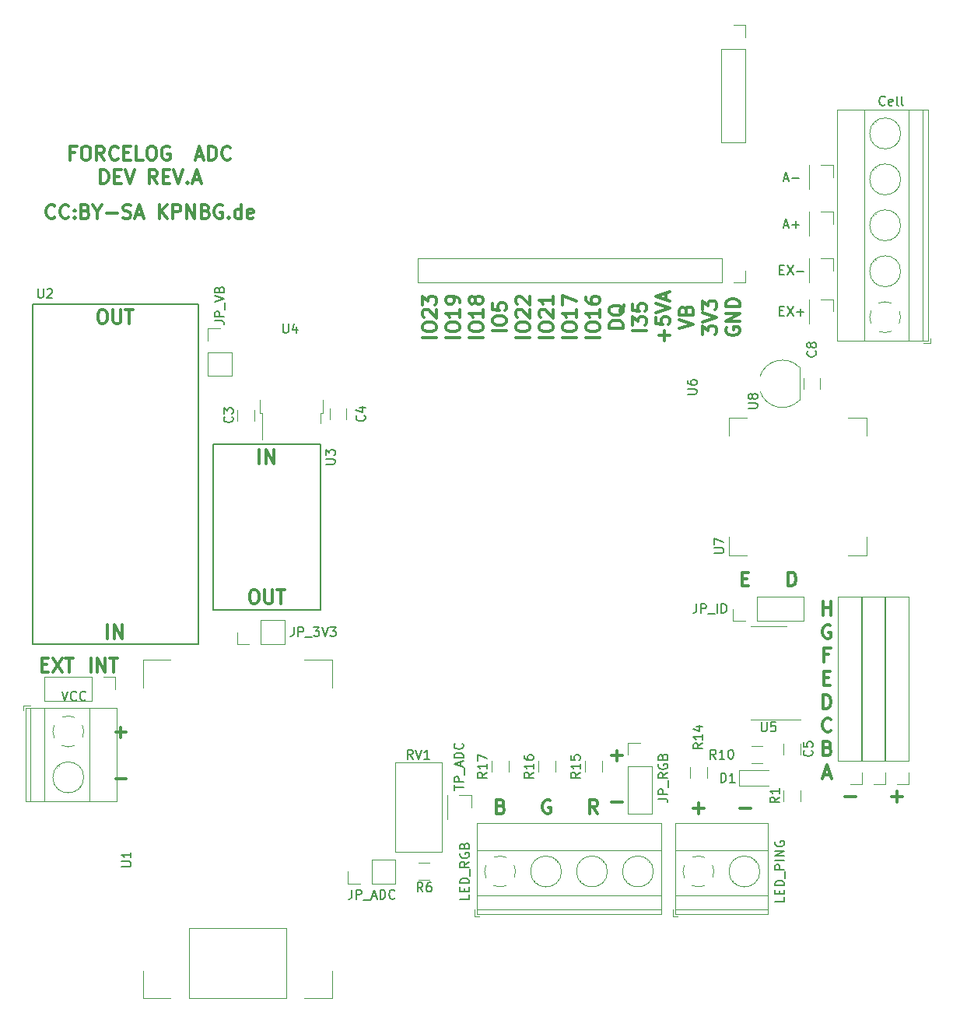
<source format=gbr>
G04 #@! TF.GenerationSoftware,KiCad,Pcbnew,5.1.5-52549c5~84~ubuntu18.04.1*
G04 #@! TF.CreationDate,2020-03-18T13:31:03+01:00*
G04 #@! TF.ProjectId,pcb_loadcell-dev,7063625f-6c6f-4616-9463-656c6c2d6465,rev?*
G04 #@! TF.SameCoordinates,Original*
G04 #@! TF.FileFunction,Legend,Top*
G04 #@! TF.FilePolarity,Positive*
%FSLAX46Y46*%
G04 Gerber Fmt 4.6, Leading zero omitted, Abs format (unit mm)*
G04 Created by KiCad (PCBNEW 5.1.5-52549c5~84~ubuntu18.04.1) date 2020-03-18 13:31:03*
%MOMM*%
%LPD*%
G04 APERTURE LIST*
%ADD10C,0.300000*%
%ADD11C,0.120000*%
%ADD12C,0.150000*%
G04 APERTURE END LIST*
D10*
X125337142Y-135933571D02*
X125337142Y-134433571D01*
X125694285Y-134433571D01*
X125908571Y-134505000D01*
X126051428Y-134647857D01*
X126122857Y-134790714D01*
X126194285Y-135076428D01*
X126194285Y-135290714D01*
X126122857Y-135576428D01*
X126051428Y-135719285D01*
X125908571Y-135862142D01*
X125694285Y-135933571D01*
X125337142Y-135933571D01*
X120328571Y-135147857D02*
X120828571Y-135147857D01*
X121042857Y-135933571D02*
X120328571Y-135933571D01*
X120328571Y-134433571D01*
X121042857Y-134433571D01*
X118630000Y-107822857D02*
X118558571Y-107965714D01*
X118558571Y-108180000D01*
X118630000Y-108394285D01*
X118772857Y-108537142D01*
X118915714Y-108608571D01*
X119201428Y-108680000D01*
X119415714Y-108680000D01*
X119701428Y-108608571D01*
X119844285Y-108537142D01*
X119987142Y-108394285D01*
X120058571Y-108180000D01*
X120058571Y-108037142D01*
X119987142Y-107822857D01*
X119915714Y-107751428D01*
X119415714Y-107751428D01*
X119415714Y-108037142D01*
X120058571Y-107108571D02*
X118558571Y-107108571D01*
X120058571Y-106251428D01*
X118558571Y-106251428D01*
X120058571Y-105537142D02*
X118558571Y-105537142D01*
X118558571Y-105180000D01*
X118630000Y-104965714D01*
X118772857Y-104822857D01*
X118915714Y-104751428D01*
X119201428Y-104680000D01*
X119415714Y-104680000D01*
X119701428Y-104751428D01*
X119844285Y-104822857D01*
X119987142Y-104965714D01*
X120058571Y-105180000D01*
X120058571Y-105537142D01*
X116018571Y-108537142D02*
X116018571Y-107608571D01*
X116590000Y-108108571D01*
X116590000Y-107894285D01*
X116661428Y-107751428D01*
X116732857Y-107680000D01*
X116875714Y-107608571D01*
X117232857Y-107608571D01*
X117375714Y-107680000D01*
X117447142Y-107751428D01*
X117518571Y-107894285D01*
X117518571Y-108322857D01*
X117447142Y-108465714D01*
X117375714Y-108537142D01*
X116018571Y-107180000D02*
X117518571Y-106680000D01*
X116018571Y-106180000D01*
X116018571Y-105822857D02*
X116018571Y-104894285D01*
X116590000Y-105394285D01*
X116590000Y-105180000D01*
X116661428Y-105037142D01*
X116732857Y-104965714D01*
X116875714Y-104894285D01*
X117232857Y-104894285D01*
X117375714Y-104965714D01*
X117447142Y-105037142D01*
X117518571Y-105180000D01*
X117518571Y-105608571D01*
X117447142Y-105751428D01*
X117375714Y-105822857D01*
X113478571Y-107930000D02*
X114978571Y-107430000D01*
X113478571Y-106930000D01*
X114192857Y-105930000D02*
X114264285Y-105715714D01*
X114335714Y-105644285D01*
X114478571Y-105572857D01*
X114692857Y-105572857D01*
X114835714Y-105644285D01*
X114907142Y-105715714D01*
X114978571Y-105858571D01*
X114978571Y-106430000D01*
X113478571Y-106430000D01*
X113478571Y-105930000D01*
X113550000Y-105787142D01*
X113621428Y-105715714D01*
X113764285Y-105644285D01*
X113907142Y-105644285D01*
X114050000Y-105715714D01*
X114121428Y-105787142D01*
X114192857Y-105930000D01*
X114192857Y-106430000D01*
X111867142Y-109251428D02*
X111867142Y-108108571D01*
X112438571Y-108680000D02*
X111295714Y-108680000D01*
X110938571Y-106680000D02*
X110938571Y-107394285D01*
X111652857Y-107465714D01*
X111581428Y-107394285D01*
X111510000Y-107251428D01*
X111510000Y-106894285D01*
X111581428Y-106751428D01*
X111652857Y-106680000D01*
X111795714Y-106608571D01*
X112152857Y-106608571D01*
X112295714Y-106680000D01*
X112367142Y-106751428D01*
X112438571Y-106894285D01*
X112438571Y-107251428D01*
X112367142Y-107394285D01*
X112295714Y-107465714D01*
X110938571Y-106180000D02*
X112438571Y-105680000D01*
X110938571Y-105180000D01*
X112010000Y-104751428D02*
X112010000Y-104037142D01*
X112438571Y-104894285D02*
X110938571Y-104394285D01*
X112438571Y-103894285D01*
X109898571Y-108108571D02*
X108398571Y-108108571D01*
X108398571Y-107537142D02*
X108398571Y-106608571D01*
X108970000Y-107108571D01*
X108970000Y-106894285D01*
X109041428Y-106751428D01*
X109112857Y-106680000D01*
X109255714Y-106608571D01*
X109612857Y-106608571D01*
X109755714Y-106680000D01*
X109827142Y-106751428D01*
X109898571Y-106894285D01*
X109898571Y-107322857D01*
X109827142Y-107465714D01*
X109755714Y-107537142D01*
X108398571Y-105251428D02*
X108398571Y-105965714D01*
X109112857Y-106037142D01*
X109041428Y-105965714D01*
X108970000Y-105822857D01*
X108970000Y-105465714D01*
X109041428Y-105322857D01*
X109112857Y-105251428D01*
X109255714Y-105180000D01*
X109612857Y-105180000D01*
X109755714Y-105251428D01*
X109827142Y-105322857D01*
X109898571Y-105465714D01*
X109898571Y-105822857D01*
X109827142Y-105965714D01*
X109755714Y-106037142D01*
X107358571Y-107858571D02*
X105858571Y-107858571D01*
X105858571Y-107501428D01*
X105930000Y-107287142D01*
X106072857Y-107144285D01*
X106215714Y-107072857D01*
X106501428Y-107001428D01*
X106715714Y-107001428D01*
X107001428Y-107072857D01*
X107144285Y-107144285D01*
X107287142Y-107287142D01*
X107358571Y-107501428D01*
X107358571Y-107858571D01*
X107501428Y-105358571D02*
X107430000Y-105501428D01*
X107287142Y-105644285D01*
X107072857Y-105858571D01*
X107001428Y-106001428D01*
X107001428Y-106144285D01*
X107358571Y-106072857D02*
X107287142Y-106215714D01*
X107144285Y-106358571D01*
X106858571Y-106430000D01*
X106358571Y-106430000D01*
X106072857Y-106358571D01*
X105930000Y-106215714D01*
X105858571Y-106072857D01*
X105858571Y-105787142D01*
X105930000Y-105644285D01*
X106072857Y-105501428D01*
X106358571Y-105430000D01*
X106858571Y-105430000D01*
X107144285Y-105501428D01*
X107287142Y-105644285D01*
X107358571Y-105787142D01*
X107358571Y-106072857D01*
X104818571Y-108894285D02*
X103318571Y-108894285D01*
X103318571Y-107894285D02*
X103318571Y-107608571D01*
X103390000Y-107465714D01*
X103532857Y-107322857D01*
X103818571Y-107251428D01*
X104318571Y-107251428D01*
X104604285Y-107322857D01*
X104747142Y-107465714D01*
X104818571Y-107608571D01*
X104818571Y-107894285D01*
X104747142Y-108037142D01*
X104604285Y-108180000D01*
X104318571Y-108251428D01*
X103818571Y-108251428D01*
X103532857Y-108180000D01*
X103390000Y-108037142D01*
X103318571Y-107894285D01*
X104818571Y-105822857D02*
X104818571Y-106680000D01*
X104818571Y-106251428D02*
X103318571Y-106251428D01*
X103532857Y-106394285D01*
X103675714Y-106537142D01*
X103747142Y-106680000D01*
X103318571Y-104537142D02*
X103318571Y-104822857D01*
X103390000Y-104965714D01*
X103461428Y-105037142D01*
X103675714Y-105180000D01*
X103961428Y-105251428D01*
X104532857Y-105251428D01*
X104675714Y-105180000D01*
X104747142Y-105108571D01*
X104818571Y-104965714D01*
X104818571Y-104680000D01*
X104747142Y-104537142D01*
X104675714Y-104465714D01*
X104532857Y-104394285D01*
X104175714Y-104394285D01*
X104032857Y-104465714D01*
X103961428Y-104537142D01*
X103890000Y-104680000D01*
X103890000Y-104965714D01*
X103961428Y-105108571D01*
X104032857Y-105180000D01*
X104175714Y-105251428D01*
X102278571Y-108894285D02*
X100778571Y-108894285D01*
X100778571Y-107894285D02*
X100778571Y-107608571D01*
X100850000Y-107465714D01*
X100992857Y-107322857D01*
X101278571Y-107251428D01*
X101778571Y-107251428D01*
X102064285Y-107322857D01*
X102207142Y-107465714D01*
X102278571Y-107608571D01*
X102278571Y-107894285D01*
X102207142Y-108037142D01*
X102064285Y-108180000D01*
X101778571Y-108251428D01*
X101278571Y-108251428D01*
X100992857Y-108180000D01*
X100850000Y-108037142D01*
X100778571Y-107894285D01*
X102278571Y-105822857D02*
X102278571Y-106680000D01*
X102278571Y-106251428D02*
X100778571Y-106251428D01*
X100992857Y-106394285D01*
X101135714Y-106537142D01*
X101207142Y-106680000D01*
X100778571Y-105322857D02*
X100778571Y-104322857D01*
X102278571Y-104965714D01*
X99738571Y-108894285D02*
X98238571Y-108894285D01*
X98238571Y-107894285D02*
X98238571Y-107608571D01*
X98310000Y-107465714D01*
X98452857Y-107322857D01*
X98738571Y-107251428D01*
X99238571Y-107251428D01*
X99524285Y-107322857D01*
X99667142Y-107465714D01*
X99738571Y-107608571D01*
X99738571Y-107894285D01*
X99667142Y-108037142D01*
X99524285Y-108180000D01*
X99238571Y-108251428D01*
X98738571Y-108251428D01*
X98452857Y-108180000D01*
X98310000Y-108037142D01*
X98238571Y-107894285D01*
X98381428Y-106680000D02*
X98310000Y-106608571D01*
X98238571Y-106465714D01*
X98238571Y-106108571D01*
X98310000Y-105965714D01*
X98381428Y-105894285D01*
X98524285Y-105822857D01*
X98667142Y-105822857D01*
X98881428Y-105894285D01*
X99738571Y-106751428D01*
X99738571Y-105822857D01*
X99738571Y-104394285D02*
X99738571Y-105251428D01*
X99738571Y-104822857D02*
X98238571Y-104822857D01*
X98452857Y-104965714D01*
X98595714Y-105108571D01*
X98667142Y-105251428D01*
X97198571Y-108894285D02*
X95698571Y-108894285D01*
X95698571Y-107894285D02*
X95698571Y-107608571D01*
X95770000Y-107465714D01*
X95912857Y-107322857D01*
X96198571Y-107251428D01*
X96698571Y-107251428D01*
X96984285Y-107322857D01*
X97127142Y-107465714D01*
X97198571Y-107608571D01*
X97198571Y-107894285D01*
X97127142Y-108037142D01*
X96984285Y-108180000D01*
X96698571Y-108251428D01*
X96198571Y-108251428D01*
X95912857Y-108180000D01*
X95770000Y-108037142D01*
X95698571Y-107894285D01*
X95841428Y-106680000D02*
X95770000Y-106608571D01*
X95698571Y-106465714D01*
X95698571Y-106108571D01*
X95770000Y-105965714D01*
X95841428Y-105894285D01*
X95984285Y-105822857D01*
X96127142Y-105822857D01*
X96341428Y-105894285D01*
X97198571Y-106751428D01*
X97198571Y-105822857D01*
X95841428Y-105251428D02*
X95770000Y-105180000D01*
X95698571Y-105037142D01*
X95698571Y-104680000D01*
X95770000Y-104537142D01*
X95841428Y-104465714D01*
X95984285Y-104394285D01*
X96127142Y-104394285D01*
X96341428Y-104465714D01*
X97198571Y-105322857D01*
X97198571Y-104394285D01*
X94658571Y-108180000D02*
X93158571Y-108180000D01*
X93158571Y-107180000D02*
X93158571Y-106894285D01*
X93230000Y-106751428D01*
X93372857Y-106608571D01*
X93658571Y-106537142D01*
X94158571Y-106537142D01*
X94444285Y-106608571D01*
X94587142Y-106751428D01*
X94658571Y-106894285D01*
X94658571Y-107180000D01*
X94587142Y-107322857D01*
X94444285Y-107465714D01*
X94158571Y-107537142D01*
X93658571Y-107537142D01*
X93372857Y-107465714D01*
X93230000Y-107322857D01*
X93158571Y-107180000D01*
X93158571Y-105180000D02*
X93158571Y-105894285D01*
X93872857Y-105965714D01*
X93801428Y-105894285D01*
X93730000Y-105751428D01*
X93730000Y-105394285D01*
X93801428Y-105251428D01*
X93872857Y-105180000D01*
X94015714Y-105108571D01*
X94372857Y-105108571D01*
X94515714Y-105180000D01*
X94587142Y-105251428D01*
X94658571Y-105394285D01*
X94658571Y-105751428D01*
X94587142Y-105894285D01*
X94515714Y-105965714D01*
X92118571Y-108894285D02*
X90618571Y-108894285D01*
X90618571Y-107894285D02*
X90618571Y-107608571D01*
X90690000Y-107465714D01*
X90832857Y-107322857D01*
X91118571Y-107251428D01*
X91618571Y-107251428D01*
X91904285Y-107322857D01*
X92047142Y-107465714D01*
X92118571Y-107608571D01*
X92118571Y-107894285D01*
X92047142Y-108037142D01*
X91904285Y-108180000D01*
X91618571Y-108251428D01*
X91118571Y-108251428D01*
X90832857Y-108180000D01*
X90690000Y-108037142D01*
X90618571Y-107894285D01*
X92118571Y-105822857D02*
X92118571Y-106680000D01*
X92118571Y-106251428D02*
X90618571Y-106251428D01*
X90832857Y-106394285D01*
X90975714Y-106537142D01*
X91047142Y-106680000D01*
X91261428Y-104965714D02*
X91190000Y-105108571D01*
X91118571Y-105180000D01*
X90975714Y-105251428D01*
X90904285Y-105251428D01*
X90761428Y-105180000D01*
X90690000Y-105108571D01*
X90618571Y-104965714D01*
X90618571Y-104680000D01*
X90690000Y-104537142D01*
X90761428Y-104465714D01*
X90904285Y-104394285D01*
X90975714Y-104394285D01*
X91118571Y-104465714D01*
X91190000Y-104537142D01*
X91261428Y-104680000D01*
X91261428Y-104965714D01*
X91332857Y-105108571D01*
X91404285Y-105180000D01*
X91547142Y-105251428D01*
X91832857Y-105251428D01*
X91975714Y-105180000D01*
X92047142Y-105108571D01*
X92118571Y-104965714D01*
X92118571Y-104680000D01*
X92047142Y-104537142D01*
X91975714Y-104465714D01*
X91832857Y-104394285D01*
X91547142Y-104394285D01*
X91404285Y-104465714D01*
X91332857Y-104537142D01*
X91261428Y-104680000D01*
X89578571Y-108894285D02*
X88078571Y-108894285D01*
X88078571Y-107894285D02*
X88078571Y-107608571D01*
X88150000Y-107465714D01*
X88292857Y-107322857D01*
X88578571Y-107251428D01*
X89078571Y-107251428D01*
X89364285Y-107322857D01*
X89507142Y-107465714D01*
X89578571Y-107608571D01*
X89578571Y-107894285D01*
X89507142Y-108037142D01*
X89364285Y-108180000D01*
X89078571Y-108251428D01*
X88578571Y-108251428D01*
X88292857Y-108180000D01*
X88150000Y-108037142D01*
X88078571Y-107894285D01*
X89578571Y-105822857D02*
X89578571Y-106680000D01*
X89578571Y-106251428D02*
X88078571Y-106251428D01*
X88292857Y-106394285D01*
X88435714Y-106537142D01*
X88507142Y-106680000D01*
X89578571Y-105108571D02*
X89578571Y-104822857D01*
X89507142Y-104680000D01*
X89435714Y-104608571D01*
X89221428Y-104465714D01*
X88935714Y-104394285D01*
X88364285Y-104394285D01*
X88221428Y-104465714D01*
X88150000Y-104537142D01*
X88078571Y-104680000D01*
X88078571Y-104965714D01*
X88150000Y-105108571D01*
X88221428Y-105180000D01*
X88364285Y-105251428D01*
X88721428Y-105251428D01*
X88864285Y-105180000D01*
X88935714Y-105108571D01*
X89007142Y-104965714D01*
X89007142Y-104680000D01*
X88935714Y-104537142D01*
X88864285Y-104465714D01*
X88721428Y-104394285D01*
X87038571Y-108894285D02*
X85538571Y-108894285D01*
X85538571Y-107894285D02*
X85538571Y-107608571D01*
X85610000Y-107465714D01*
X85752857Y-107322857D01*
X86038571Y-107251428D01*
X86538571Y-107251428D01*
X86824285Y-107322857D01*
X86967142Y-107465714D01*
X87038571Y-107608571D01*
X87038571Y-107894285D01*
X86967142Y-108037142D01*
X86824285Y-108180000D01*
X86538571Y-108251428D01*
X86038571Y-108251428D01*
X85752857Y-108180000D01*
X85610000Y-108037142D01*
X85538571Y-107894285D01*
X85681428Y-106680000D02*
X85610000Y-106608571D01*
X85538571Y-106465714D01*
X85538571Y-106108571D01*
X85610000Y-105965714D01*
X85681428Y-105894285D01*
X85824285Y-105822857D01*
X85967142Y-105822857D01*
X86181428Y-105894285D01*
X87038571Y-106751428D01*
X87038571Y-105822857D01*
X85538571Y-105322857D02*
X85538571Y-104394285D01*
X86110000Y-104894285D01*
X86110000Y-104680000D01*
X86181428Y-104537142D01*
X86252857Y-104465714D01*
X86395714Y-104394285D01*
X86752857Y-104394285D01*
X86895714Y-104465714D01*
X86967142Y-104537142D01*
X87038571Y-104680000D01*
X87038571Y-105108571D01*
X86967142Y-105251428D01*
X86895714Y-105322857D01*
X67080000Y-136338571D02*
X67365714Y-136338571D01*
X67508571Y-136410000D01*
X67651428Y-136552857D01*
X67722857Y-136838571D01*
X67722857Y-137338571D01*
X67651428Y-137624285D01*
X67508571Y-137767142D01*
X67365714Y-137838571D01*
X67080000Y-137838571D01*
X66937142Y-137767142D01*
X66794285Y-137624285D01*
X66722857Y-137338571D01*
X66722857Y-136838571D01*
X66794285Y-136552857D01*
X66937142Y-136410000D01*
X67080000Y-136338571D01*
X68365714Y-136338571D02*
X68365714Y-137552857D01*
X68437142Y-137695714D01*
X68508571Y-137767142D01*
X68651428Y-137838571D01*
X68937142Y-137838571D01*
X69080000Y-137767142D01*
X69151428Y-137695714D01*
X69222857Y-137552857D01*
X69222857Y-136338571D01*
X69722857Y-136338571D02*
X70580000Y-136338571D01*
X70151428Y-137838571D02*
X70151428Y-136338571D01*
X67794285Y-122598571D02*
X67794285Y-121098571D01*
X68508571Y-122598571D02*
X68508571Y-121098571D01*
X69365714Y-122598571D01*
X69365714Y-121098571D01*
X44112857Y-144492857D02*
X44612857Y-144492857D01*
X44827142Y-145278571D02*
X44112857Y-145278571D01*
X44112857Y-143778571D01*
X44827142Y-143778571D01*
X45327142Y-143778571D02*
X46327142Y-145278571D01*
X46327142Y-143778571D02*
X45327142Y-145278571D01*
X46684285Y-143778571D02*
X47541428Y-143778571D01*
X47112857Y-145278571D02*
X47112857Y-143778571D01*
X49442857Y-145278571D02*
X49442857Y-143778571D01*
X50157142Y-145278571D02*
X50157142Y-143778571D01*
X51014285Y-145278571D01*
X51014285Y-143778571D01*
X51514285Y-143778571D02*
X52371428Y-143778571D01*
X51942857Y-145278571D02*
X51942857Y-143778571D01*
X52133571Y-156952142D02*
X53276428Y-156952142D01*
X52133571Y-151872142D02*
X53276428Y-151872142D01*
X52705000Y-152443571D02*
X52705000Y-151300714D01*
X129111428Y-139108571D02*
X129111428Y-137608571D01*
X129111428Y-138322857D02*
X129968571Y-138322857D01*
X129968571Y-139108571D02*
X129968571Y-137608571D01*
X129932857Y-140220000D02*
X129790000Y-140148571D01*
X129575714Y-140148571D01*
X129361428Y-140220000D01*
X129218571Y-140362857D01*
X129147142Y-140505714D01*
X129075714Y-140791428D01*
X129075714Y-141005714D01*
X129147142Y-141291428D01*
X129218571Y-141434285D01*
X129361428Y-141577142D01*
X129575714Y-141648571D01*
X129718571Y-141648571D01*
X129932857Y-141577142D01*
X130004285Y-141505714D01*
X130004285Y-141005714D01*
X129718571Y-141005714D01*
X129754285Y-143402857D02*
X129254285Y-143402857D01*
X129254285Y-144188571D02*
X129254285Y-142688571D01*
X129968571Y-142688571D01*
X129218571Y-145942857D02*
X129718571Y-145942857D01*
X129932857Y-146728571D02*
X129218571Y-146728571D01*
X129218571Y-145228571D01*
X129932857Y-145228571D01*
X129147142Y-149268571D02*
X129147142Y-147768571D01*
X129504285Y-147768571D01*
X129718571Y-147840000D01*
X129861428Y-147982857D01*
X129932857Y-148125714D01*
X130004285Y-148411428D01*
X130004285Y-148625714D01*
X129932857Y-148911428D01*
X129861428Y-149054285D01*
X129718571Y-149197142D01*
X129504285Y-149268571D01*
X129147142Y-149268571D01*
X130004285Y-151665714D02*
X129932857Y-151737142D01*
X129718571Y-151808571D01*
X129575714Y-151808571D01*
X129361428Y-151737142D01*
X129218571Y-151594285D01*
X129147142Y-151451428D01*
X129075714Y-151165714D01*
X129075714Y-150951428D01*
X129147142Y-150665714D01*
X129218571Y-150522857D01*
X129361428Y-150380000D01*
X129575714Y-150308571D01*
X129718571Y-150308571D01*
X129932857Y-150380000D01*
X130004285Y-150451428D01*
X129647142Y-153562857D02*
X129861428Y-153634285D01*
X129932857Y-153705714D01*
X130004285Y-153848571D01*
X130004285Y-154062857D01*
X129932857Y-154205714D01*
X129861428Y-154277142D01*
X129718571Y-154348571D01*
X129147142Y-154348571D01*
X129147142Y-152848571D01*
X129647142Y-152848571D01*
X129790000Y-152920000D01*
X129861428Y-152991428D01*
X129932857Y-153134285D01*
X129932857Y-153277142D01*
X129861428Y-153420000D01*
X129790000Y-153491428D01*
X129647142Y-153562857D01*
X129147142Y-153562857D01*
X129182857Y-156460000D02*
X129897142Y-156460000D01*
X129040000Y-156888571D02*
X129540000Y-155388571D01*
X130040000Y-156888571D01*
X131508571Y-158857142D02*
X132651428Y-158857142D01*
X136588571Y-158857142D02*
X137731428Y-158857142D01*
X137160000Y-159428571D02*
X137160000Y-158285714D01*
X106108571Y-159492142D02*
X107251428Y-159492142D01*
X106108571Y-154412142D02*
X107251428Y-154412142D01*
X106680000Y-154983571D02*
X106680000Y-153840714D01*
X120078571Y-160127142D02*
X121221428Y-160127142D01*
X114998571Y-160127142D02*
X116141428Y-160127142D01*
X115570000Y-160698571D02*
X115570000Y-159555714D01*
X104604285Y-160698571D02*
X104104285Y-159984285D01*
X103747142Y-160698571D02*
X103747142Y-159198571D01*
X104318571Y-159198571D01*
X104461428Y-159270000D01*
X104532857Y-159341428D01*
X104604285Y-159484285D01*
X104604285Y-159698571D01*
X104532857Y-159841428D01*
X104461428Y-159912857D01*
X104318571Y-159984285D01*
X103747142Y-159984285D01*
X99452857Y-159270000D02*
X99310000Y-159198571D01*
X99095714Y-159198571D01*
X98881428Y-159270000D01*
X98738571Y-159412857D01*
X98667142Y-159555714D01*
X98595714Y-159841428D01*
X98595714Y-160055714D01*
X98667142Y-160341428D01*
X98738571Y-160484285D01*
X98881428Y-160627142D01*
X99095714Y-160698571D01*
X99238571Y-160698571D01*
X99452857Y-160627142D01*
X99524285Y-160555714D01*
X99524285Y-160055714D01*
X99238571Y-160055714D01*
X94087142Y-159912857D02*
X94301428Y-159984285D01*
X94372857Y-160055714D01*
X94444285Y-160198571D01*
X94444285Y-160412857D01*
X94372857Y-160555714D01*
X94301428Y-160627142D01*
X94158571Y-160698571D01*
X93587142Y-160698571D01*
X93587142Y-159198571D01*
X94087142Y-159198571D01*
X94230000Y-159270000D01*
X94301428Y-159341428D01*
X94372857Y-159484285D01*
X94372857Y-159627142D01*
X94301428Y-159770000D01*
X94230000Y-159841428D01*
X94087142Y-159912857D01*
X93587142Y-159912857D01*
X50570000Y-105858571D02*
X50855714Y-105858571D01*
X50998571Y-105930000D01*
X51141428Y-106072857D01*
X51212857Y-106358571D01*
X51212857Y-106858571D01*
X51141428Y-107144285D01*
X50998571Y-107287142D01*
X50855714Y-107358571D01*
X50570000Y-107358571D01*
X50427142Y-107287142D01*
X50284285Y-107144285D01*
X50212857Y-106858571D01*
X50212857Y-106358571D01*
X50284285Y-106072857D01*
X50427142Y-105930000D01*
X50570000Y-105858571D01*
X51855714Y-105858571D02*
X51855714Y-107072857D01*
X51927142Y-107215714D01*
X51998571Y-107287142D01*
X52141428Y-107358571D01*
X52427142Y-107358571D01*
X52570000Y-107287142D01*
X52641428Y-107215714D01*
X52712857Y-107072857D01*
X52712857Y-105858571D01*
X53212857Y-105858571D02*
X54070000Y-105858571D01*
X53641428Y-107358571D02*
X53641428Y-105858571D01*
X51284285Y-141648571D02*
X51284285Y-140148571D01*
X51998571Y-141648571D02*
X51998571Y-140148571D01*
X52855714Y-141648571D01*
X52855714Y-140148571D01*
X45522857Y-95785714D02*
X45451428Y-95857142D01*
X45237142Y-95928571D01*
X45094285Y-95928571D01*
X44880000Y-95857142D01*
X44737142Y-95714285D01*
X44665714Y-95571428D01*
X44594285Y-95285714D01*
X44594285Y-95071428D01*
X44665714Y-94785714D01*
X44737142Y-94642857D01*
X44880000Y-94500000D01*
X45094285Y-94428571D01*
X45237142Y-94428571D01*
X45451428Y-94500000D01*
X45522857Y-94571428D01*
X47022857Y-95785714D02*
X46951428Y-95857142D01*
X46737142Y-95928571D01*
X46594285Y-95928571D01*
X46380000Y-95857142D01*
X46237142Y-95714285D01*
X46165714Y-95571428D01*
X46094285Y-95285714D01*
X46094285Y-95071428D01*
X46165714Y-94785714D01*
X46237142Y-94642857D01*
X46380000Y-94500000D01*
X46594285Y-94428571D01*
X46737142Y-94428571D01*
X46951428Y-94500000D01*
X47022857Y-94571428D01*
X47665714Y-95785714D02*
X47737142Y-95857142D01*
X47665714Y-95928571D01*
X47594285Y-95857142D01*
X47665714Y-95785714D01*
X47665714Y-95928571D01*
X47665714Y-95000000D02*
X47737142Y-95071428D01*
X47665714Y-95142857D01*
X47594285Y-95071428D01*
X47665714Y-95000000D01*
X47665714Y-95142857D01*
X48880000Y-95142857D02*
X49094285Y-95214285D01*
X49165714Y-95285714D01*
X49237142Y-95428571D01*
X49237142Y-95642857D01*
X49165714Y-95785714D01*
X49094285Y-95857142D01*
X48951428Y-95928571D01*
X48380000Y-95928571D01*
X48380000Y-94428571D01*
X48880000Y-94428571D01*
X49022857Y-94500000D01*
X49094285Y-94571428D01*
X49165714Y-94714285D01*
X49165714Y-94857142D01*
X49094285Y-95000000D01*
X49022857Y-95071428D01*
X48880000Y-95142857D01*
X48380000Y-95142857D01*
X50165714Y-95214285D02*
X50165714Y-95928571D01*
X49665714Y-94428571D02*
X50165714Y-95214285D01*
X50665714Y-94428571D01*
X51165714Y-95357142D02*
X52308571Y-95357142D01*
X52951428Y-95857142D02*
X53165714Y-95928571D01*
X53522857Y-95928571D01*
X53665714Y-95857142D01*
X53737142Y-95785714D01*
X53808571Y-95642857D01*
X53808571Y-95500000D01*
X53737142Y-95357142D01*
X53665714Y-95285714D01*
X53522857Y-95214285D01*
X53237142Y-95142857D01*
X53094285Y-95071428D01*
X53022857Y-95000000D01*
X52951428Y-94857142D01*
X52951428Y-94714285D01*
X53022857Y-94571428D01*
X53094285Y-94500000D01*
X53237142Y-94428571D01*
X53594285Y-94428571D01*
X53808571Y-94500000D01*
X54380000Y-95500000D02*
X55094285Y-95500000D01*
X54237142Y-95928571D02*
X54737142Y-94428571D01*
X55237142Y-95928571D01*
X56880000Y-95928571D02*
X56880000Y-94428571D01*
X57737142Y-95928571D02*
X57094285Y-95071428D01*
X57737142Y-94428571D02*
X56880000Y-95285714D01*
X58380000Y-95928571D02*
X58380000Y-94428571D01*
X58951428Y-94428571D01*
X59094285Y-94500000D01*
X59165714Y-94571428D01*
X59237142Y-94714285D01*
X59237142Y-94928571D01*
X59165714Y-95071428D01*
X59094285Y-95142857D01*
X58951428Y-95214285D01*
X58380000Y-95214285D01*
X59880000Y-95928571D02*
X59880000Y-94428571D01*
X60737142Y-95928571D01*
X60737142Y-94428571D01*
X61951428Y-95142857D02*
X62165714Y-95214285D01*
X62237142Y-95285714D01*
X62308571Y-95428571D01*
X62308571Y-95642857D01*
X62237142Y-95785714D01*
X62165714Y-95857142D01*
X62022857Y-95928571D01*
X61451428Y-95928571D01*
X61451428Y-94428571D01*
X61951428Y-94428571D01*
X62094285Y-94500000D01*
X62165714Y-94571428D01*
X62237142Y-94714285D01*
X62237142Y-94857142D01*
X62165714Y-95000000D01*
X62094285Y-95071428D01*
X61951428Y-95142857D01*
X61451428Y-95142857D01*
X63737142Y-94500000D02*
X63594285Y-94428571D01*
X63380000Y-94428571D01*
X63165714Y-94500000D01*
X63022857Y-94642857D01*
X62951428Y-94785714D01*
X62880000Y-95071428D01*
X62880000Y-95285714D01*
X62951428Y-95571428D01*
X63022857Y-95714285D01*
X63165714Y-95857142D01*
X63380000Y-95928571D01*
X63522857Y-95928571D01*
X63737142Y-95857142D01*
X63808571Y-95785714D01*
X63808571Y-95285714D01*
X63522857Y-95285714D01*
X64451428Y-95785714D02*
X64522857Y-95857142D01*
X64451428Y-95928571D01*
X64380000Y-95857142D01*
X64451428Y-95785714D01*
X64451428Y-95928571D01*
X65808571Y-95928571D02*
X65808571Y-94428571D01*
X65808571Y-95857142D02*
X65665714Y-95928571D01*
X65380000Y-95928571D01*
X65237142Y-95857142D01*
X65165714Y-95785714D01*
X65094285Y-95642857D01*
X65094285Y-95214285D01*
X65165714Y-95071428D01*
X65237142Y-95000000D01*
X65380000Y-94928571D01*
X65665714Y-94928571D01*
X65808571Y-95000000D01*
X67094285Y-95857142D02*
X66951428Y-95928571D01*
X66665714Y-95928571D01*
X66522857Y-95857142D01*
X66451428Y-95714285D01*
X66451428Y-95142857D01*
X66522857Y-95000000D01*
X66665714Y-94928571D01*
X66951428Y-94928571D01*
X67094285Y-95000000D01*
X67165714Y-95142857D01*
X67165714Y-95285714D01*
X66451428Y-95428571D01*
X47701428Y-88787857D02*
X47201428Y-88787857D01*
X47201428Y-89573571D02*
X47201428Y-88073571D01*
X47915714Y-88073571D01*
X48772857Y-88073571D02*
X49058571Y-88073571D01*
X49201428Y-88145000D01*
X49344285Y-88287857D01*
X49415714Y-88573571D01*
X49415714Y-89073571D01*
X49344285Y-89359285D01*
X49201428Y-89502142D01*
X49058571Y-89573571D01*
X48772857Y-89573571D01*
X48630000Y-89502142D01*
X48487142Y-89359285D01*
X48415714Y-89073571D01*
X48415714Y-88573571D01*
X48487142Y-88287857D01*
X48630000Y-88145000D01*
X48772857Y-88073571D01*
X50915714Y-89573571D02*
X50415714Y-88859285D01*
X50058571Y-89573571D02*
X50058571Y-88073571D01*
X50630000Y-88073571D01*
X50772857Y-88145000D01*
X50844285Y-88216428D01*
X50915714Y-88359285D01*
X50915714Y-88573571D01*
X50844285Y-88716428D01*
X50772857Y-88787857D01*
X50630000Y-88859285D01*
X50058571Y-88859285D01*
X52415714Y-89430714D02*
X52344285Y-89502142D01*
X52130000Y-89573571D01*
X51987142Y-89573571D01*
X51772857Y-89502142D01*
X51630000Y-89359285D01*
X51558571Y-89216428D01*
X51487142Y-88930714D01*
X51487142Y-88716428D01*
X51558571Y-88430714D01*
X51630000Y-88287857D01*
X51772857Y-88145000D01*
X51987142Y-88073571D01*
X52130000Y-88073571D01*
X52344285Y-88145000D01*
X52415714Y-88216428D01*
X53058571Y-88787857D02*
X53558571Y-88787857D01*
X53772857Y-89573571D02*
X53058571Y-89573571D01*
X53058571Y-88073571D01*
X53772857Y-88073571D01*
X55130000Y-89573571D02*
X54415714Y-89573571D01*
X54415714Y-88073571D01*
X55915714Y-88073571D02*
X56201428Y-88073571D01*
X56344285Y-88145000D01*
X56487142Y-88287857D01*
X56558571Y-88573571D01*
X56558571Y-89073571D01*
X56487142Y-89359285D01*
X56344285Y-89502142D01*
X56201428Y-89573571D01*
X55915714Y-89573571D01*
X55772857Y-89502142D01*
X55630000Y-89359285D01*
X55558571Y-89073571D01*
X55558571Y-88573571D01*
X55630000Y-88287857D01*
X55772857Y-88145000D01*
X55915714Y-88073571D01*
X57987142Y-88145000D02*
X57844285Y-88073571D01*
X57630000Y-88073571D01*
X57415714Y-88145000D01*
X57272857Y-88287857D01*
X57201428Y-88430714D01*
X57130000Y-88716428D01*
X57130000Y-88930714D01*
X57201428Y-89216428D01*
X57272857Y-89359285D01*
X57415714Y-89502142D01*
X57630000Y-89573571D01*
X57772857Y-89573571D01*
X57987142Y-89502142D01*
X58058571Y-89430714D01*
X58058571Y-88930714D01*
X57772857Y-88930714D01*
X60915714Y-89145000D02*
X61630000Y-89145000D01*
X60772857Y-89573571D02*
X61272857Y-88073571D01*
X61772857Y-89573571D01*
X62272857Y-89573571D02*
X62272857Y-88073571D01*
X62630000Y-88073571D01*
X62844285Y-88145000D01*
X62987142Y-88287857D01*
X63058571Y-88430714D01*
X63130000Y-88716428D01*
X63130000Y-88930714D01*
X63058571Y-89216428D01*
X62987142Y-89359285D01*
X62844285Y-89502142D01*
X62630000Y-89573571D01*
X62272857Y-89573571D01*
X64630000Y-89430714D02*
X64558571Y-89502142D01*
X64344285Y-89573571D01*
X64201428Y-89573571D01*
X63987142Y-89502142D01*
X63844285Y-89359285D01*
X63772857Y-89216428D01*
X63701428Y-88930714D01*
X63701428Y-88716428D01*
X63772857Y-88430714D01*
X63844285Y-88287857D01*
X63987142Y-88145000D01*
X64201428Y-88073571D01*
X64344285Y-88073571D01*
X64558571Y-88145000D01*
X64630000Y-88216428D01*
X50522857Y-92123571D02*
X50522857Y-90623571D01*
X50880000Y-90623571D01*
X51094285Y-90695000D01*
X51237142Y-90837857D01*
X51308571Y-90980714D01*
X51380000Y-91266428D01*
X51380000Y-91480714D01*
X51308571Y-91766428D01*
X51237142Y-91909285D01*
X51094285Y-92052142D01*
X50880000Y-92123571D01*
X50522857Y-92123571D01*
X52022857Y-91337857D02*
X52522857Y-91337857D01*
X52737142Y-92123571D02*
X52022857Y-92123571D01*
X52022857Y-90623571D01*
X52737142Y-90623571D01*
X53165714Y-90623571D02*
X53665714Y-92123571D01*
X54165714Y-90623571D01*
X56665714Y-92123571D02*
X56165714Y-91409285D01*
X55808571Y-92123571D02*
X55808571Y-90623571D01*
X56380000Y-90623571D01*
X56522857Y-90695000D01*
X56594285Y-90766428D01*
X56665714Y-90909285D01*
X56665714Y-91123571D01*
X56594285Y-91266428D01*
X56522857Y-91337857D01*
X56380000Y-91409285D01*
X55808571Y-91409285D01*
X57308571Y-91337857D02*
X57808571Y-91337857D01*
X58022857Y-92123571D02*
X57308571Y-92123571D01*
X57308571Y-90623571D01*
X58022857Y-90623571D01*
X58451428Y-90623571D02*
X58951428Y-92123571D01*
X59451428Y-90623571D01*
X59951428Y-91980714D02*
X60022857Y-92052142D01*
X59951428Y-92123571D01*
X59880000Y-92052142D01*
X59951428Y-91980714D01*
X59951428Y-92123571D01*
X60594285Y-91695000D02*
X61308571Y-91695000D01*
X60451428Y-92123571D02*
X60951428Y-90623571D01*
X61451428Y-92123571D01*
D11*
X75705000Y-143985000D02*
X72705000Y-143985000D01*
X75705000Y-143985000D02*
X75705000Y-146985000D01*
X55105000Y-143985000D02*
X58105000Y-143985000D01*
X55105000Y-143985000D02*
X55105000Y-146985000D01*
X55105000Y-180785000D02*
X55105000Y-177785000D01*
X55105000Y-180785000D02*
X58105000Y-180785000D01*
X75705000Y-180785000D02*
X72705000Y-180785000D01*
X75705000Y-180785000D02*
X75705000Y-177785000D01*
X60105000Y-180785000D02*
X70705000Y-180785000D01*
X60105000Y-173185000D02*
X60105000Y-180785000D01*
X70705000Y-173185000D02*
X60105000Y-173185000D01*
X70705000Y-180785000D02*
X70705000Y-173185000D01*
X130235000Y-104715000D02*
X130235000Y-106045000D01*
X128905000Y-104715000D02*
X130235000Y-104715000D01*
X127635000Y-104715000D02*
X127635000Y-107375000D01*
X127635000Y-107375000D02*
X127575000Y-107375000D01*
X127635000Y-104715000D02*
X127575000Y-104715000D01*
X127575000Y-104715000D02*
X127575000Y-107375000D01*
X130235000Y-100270000D02*
X130235000Y-101600000D01*
X128905000Y-100270000D02*
X130235000Y-100270000D01*
X127635000Y-100270000D02*
X127635000Y-102930000D01*
X127635000Y-102930000D02*
X127575000Y-102930000D01*
X127635000Y-100270000D02*
X127575000Y-100270000D01*
X127575000Y-100270000D02*
X127575000Y-102930000D01*
X119380000Y-74870000D02*
X120710000Y-74870000D01*
X120710000Y-74870000D02*
X120710000Y-76200000D01*
X120710000Y-77470000D02*
X120710000Y-87690000D01*
X118050000Y-87690000D02*
X120710000Y-87690000D01*
X118050000Y-77470000D02*
X118050000Y-87690000D01*
X118050000Y-77470000D02*
X120710000Y-77470000D01*
X140790000Y-109480000D02*
X140790000Y-108980000D01*
X140050000Y-109480000D02*
X140790000Y-109480000D01*
X136913000Y-87907000D02*
X136959000Y-87954000D01*
X134615000Y-85610000D02*
X134651000Y-85645000D01*
X137129000Y-87714000D02*
X137164000Y-87749000D01*
X134821000Y-85405000D02*
X134867000Y-85452000D01*
X136913000Y-92907000D02*
X136959000Y-92954000D01*
X134615000Y-90610000D02*
X134651000Y-90645000D01*
X137129000Y-92714000D02*
X137164000Y-92749000D01*
X134821000Y-90405000D02*
X134867000Y-90452000D01*
X136913000Y-97907000D02*
X136959000Y-97954000D01*
X134615000Y-95610000D02*
X134651000Y-95645000D01*
X137129000Y-97714000D02*
X137164000Y-97749000D01*
X134821000Y-95405000D02*
X134867000Y-95452000D01*
X136913000Y-102907000D02*
X136959000Y-102954000D01*
X134615000Y-100610000D02*
X134651000Y-100645000D01*
X137129000Y-102714000D02*
X137164000Y-102749000D01*
X134821000Y-100405000D02*
X134867000Y-100452000D01*
X130629000Y-84120000D02*
X140550000Y-84120000D01*
X130629000Y-109240000D02*
X140550000Y-109240000D01*
X140550000Y-109240000D02*
X140550000Y-84120000D01*
X130629000Y-109240000D02*
X130629000Y-84120000D01*
X133589000Y-109240000D02*
X133589000Y-84120000D01*
X138490000Y-109240000D02*
X138490000Y-84120000D01*
X139990000Y-109240000D02*
X139990000Y-84120000D01*
X137570000Y-86680000D02*
G75*
G03X137570000Y-86680000I-1680000J0D01*
G01*
X137570000Y-91680000D02*
G75*
G03X137570000Y-91680000I-1680000J0D01*
G01*
X137570000Y-96680000D02*
G75*
G03X137570000Y-96680000I-1680000J0D01*
G01*
X137570000Y-101680000D02*
G75*
G03X137570000Y-101680000I-1680000J0D01*
G01*
X137570253Y-106651195D02*
G75*
G02X137425000Y-107364000I-1680253J-28805D01*
G01*
X136573042Y-108215426D02*
G75*
G02X135206000Y-108215000I-683042J1535426D01*
G01*
X134354574Y-107363042D02*
G75*
G02X134355000Y-105996000I1535426J683042D01*
G01*
X135206958Y-105144574D02*
G75*
G02X136574000Y-105145000I683042J-1535426D01*
G01*
X137424756Y-105996682D02*
G75*
G02X137570000Y-106680000I-1534756J-683318D01*
G01*
X130235000Y-95190000D02*
X130235000Y-96520000D01*
X128905000Y-95190000D02*
X130235000Y-95190000D01*
X127635000Y-95190000D02*
X127635000Y-97850000D01*
X127635000Y-97850000D02*
X127575000Y-97850000D01*
X127635000Y-95190000D02*
X127575000Y-95190000D01*
X127575000Y-95190000D02*
X127575000Y-97850000D01*
X130235000Y-90110000D02*
X130235000Y-91440000D01*
X128905000Y-90110000D02*
X130235000Y-90110000D01*
X127635000Y-90110000D02*
X127635000Y-92770000D01*
X127635000Y-92770000D02*
X127575000Y-92770000D01*
X127635000Y-90110000D02*
X127575000Y-90110000D01*
X127575000Y-90110000D02*
X127575000Y-92770000D01*
X120020000Y-155995000D02*
X123170000Y-155995000D01*
X120020000Y-157695000D02*
X123170000Y-157695000D01*
X120020000Y-155995000D02*
X120020000Y-157695000D01*
X65345000Y-142300000D02*
X65345000Y-140970000D01*
X66675000Y-142300000D02*
X65345000Y-142300000D01*
X67945000Y-142300000D02*
X67945000Y-139640000D01*
X67945000Y-139640000D02*
X70545000Y-139640000D01*
X67945000Y-142300000D02*
X70545000Y-142300000D01*
X70545000Y-142300000D02*
X70545000Y-139640000D01*
X62170000Y-107890000D02*
X63500000Y-107890000D01*
X62170000Y-109220000D02*
X62170000Y-107890000D01*
X62170000Y-110490000D02*
X64830000Y-110490000D01*
X64830000Y-110490000D02*
X64830000Y-113090000D01*
X62170000Y-110490000D02*
X62170000Y-113090000D01*
X62170000Y-113090000D02*
X64830000Y-113090000D01*
X74427000Y-117151000D02*
X74427000Y-118251000D01*
X74697000Y-117151000D02*
X74427000Y-117151000D01*
X74697000Y-115651000D02*
X74697000Y-117151000D01*
X68067000Y-117151000D02*
X68067000Y-119981000D01*
X67797000Y-117151000D02*
X68067000Y-117151000D01*
X67797000Y-115651000D02*
X67797000Y-117151000D01*
D12*
X43145000Y-105240000D02*
X61145000Y-105240000D01*
X61145000Y-142240000D02*
X61145000Y-105240000D01*
X43145000Y-142240000D02*
X61145000Y-142240000D01*
X43145000Y-142240000D02*
X43145000Y-105240000D01*
D11*
X121317936Y-155215000D02*
X122522064Y-155215000D01*
X121317936Y-153395000D02*
X122522064Y-153395000D01*
X126640000Y-159352064D02*
X126640000Y-158147936D01*
X124820000Y-159352064D02*
X124820000Y-158147936D01*
X120710000Y-101600000D02*
X120710000Y-102930000D01*
X120710000Y-102930000D02*
X119380000Y-102930000D01*
X118110000Y-102930000D02*
X85030000Y-102930000D01*
X85030000Y-100270000D02*
X85030000Y-102930000D01*
X118110000Y-100270000D02*
X85030000Y-100270000D01*
X118110000Y-100270000D02*
X118110000Y-102930000D01*
X124820000Y-153067936D02*
X124820000Y-154272064D01*
X126640000Y-153067936D02*
X126640000Y-154272064D01*
X77237000Y-117823064D02*
X77237000Y-116618936D01*
X75417000Y-117823064D02*
X75417000Y-116618936D01*
X67204000Y-117950064D02*
X67204000Y-116745936D01*
X65384000Y-117950064D02*
X65384000Y-116745936D01*
X135950000Y-157540000D02*
X134620000Y-157540000D01*
X135950000Y-156210000D02*
X135950000Y-157540000D01*
X135950000Y-154940000D02*
X133290000Y-154940000D01*
X133290000Y-154940000D02*
X133290000Y-137100000D01*
X135950000Y-154940000D02*
X135950000Y-137100000D01*
X135950000Y-137100000D02*
X133290000Y-137100000D01*
X133410000Y-157540000D02*
X132080000Y-157540000D01*
X133410000Y-156210000D02*
X133410000Y-157540000D01*
X133410000Y-154940000D02*
X130750000Y-154940000D01*
X130750000Y-154940000D02*
X130750000Y-137100000D01*
X133410000Y-154940000D02*
X133410000Y-137100000D01*
X133410000Y-137100000D02*
X130750000Y-137100000D01*
X138490000Y-157540000D02*
X137160000Y-157540000D01*
X138490000Y-156210000D02*
X138490000Y-157540000D01*
X138490000Y-154940000D02*
X135830000Y-154940000D01*
X135830000Y-154940000D02*
X135830000Y-137100000D01*
X138490000Y-154940000D02*
X138490000Y-137100000D01*
X138490000Y-137100000D02*
X135830000Y-137100000D01*
X42090000Y-148965000D02*
X42090000Y-149465000D01*
X42830000Y-148965000D02*
X42090000Y-148965000D01*
X45967000Y-155538000D02*
X45921000Y-155491000D01*
X48265000Y-157835000D02*
X48229000Y-157800000D01*
X45751000Y-155731000D02*
X45716000Y-155696000D01*
X48059000Y-158040000D02*
X48013000Y-157993000D01*
X52251000Y-159325000D02*
X42330000Y-159325000D01*
X52251000Y-149205000D02*
X42330000Y-149205000D01*
X42330000Y-149205000D02*
X42330000Y-159325000D01*
X52251000Y-149205000D02*
X52251000Y-159325000D01*
X49291000Y-149205000D02*
X49291000Y-159325000D01*
X44390000Y-149205000D02*
X44390000Y-159325000D01*
X42890000Y-149205000D02*
X42890000Y-159325000D01*
X48670000Y-156765000D02*
G75*
G03X48670000Y-156765000I-1680000J0D01*
G01*
X45309747Y-151793805D02*
G75*
G02X45455000Y-151081000I1680253J28805D01*
G01*
X46306958Y-150229574D02*
G75*
G02X47674000Y-150230000I683042J-1535426D01*
G01*
X48525426Y-151081958D02*
G75*
G02X48525000Y-152449000I-1535426J-683042D01*
G01*
X47673042Y-153300426D02*
G75*
G02X46306000Y-153300000I-683042J1535426D01*
G01*
X45455244Y-152448318D02*
G75*
G02X45310000Y-151765000I1534756J683318D01*
G01*
X107890000Y-152975000D02*
X109220000Y-152975000D01*
X107890000Y-154305000D02*
X107890000Y-152975000D01*
X107890000Y-155575000D02*
X110550000Y-155575000D01*
X110550000Y-155575000D02*
X110550000Y-160715000D01*
X107890000Y-155575000D02*
X107890000Y-160715000D01*
X107890000Y-160715000D02*
X110550000Y-160715000D01*
X119320000Y-139760000D02*
X119320000Y-138430000D01*
X120650000Y-139760000D02*
X119320000Y-139760000D01*
X121920000Y-139760000D02*
X121920000Y-137100000D01*
X121920000Y-137100000D02*
X127060000Y-137100000D01*
X121920000Y-139760000D02*
X127060000Y-139760000D01*
X127060000Y-139760000D02*
X127060000Y-137100000D01*
X52130000Y-145810000D02*
X52130000Y-147140000D01*
X50800000Y-145810000D02*
X52130000Y-145810000D01*
X49530000Y-145810000D02*
X49530000Y-148470000D01*
X49530000Y-148470000D02*
X44390000Y-148470000D01*
X49530000Y-145810000D02*
X44390000Y-145810000D01*
X44390000Y-145810000D02*
X44390000Y-148470000D01*
X91180000Y-171905000D02*
X91680000Y-171905000D01*
X91180000Y-171165000D02*
X91180000Y-171905000D01*
X107753000Y-168028000D02*
X107706000Y-168074000D01*
X110050000Y-165730000D02*
X110015000Y-165766000D01*
X107946000Y-168244000D02*
X107911000Y-168279000D01*
X110255000Y-165936000D02*
X110208000Y-165982000D01*
X102753000Y-168028000D02*
X102706000Y-168074000D01*
X105050000Y-165730000D02*
X105015000Y-165766000D01*
X102946000Y-168244000D02*
X102911000Y-168279000D01*
X105255000Y-165936000D02*
X105208000Y-165982000D01*
X97753000Y-168028000D02*
X97706000Y-168074000D01*
X100050000Y-165730000D02*
X100015000Y-165766000D01*
X97946000Y-168244000D02*
X97911000Y-168279000D01*
X100255000Y-165936000D02*
X100208000Y-165982000D01*
X111541000Y-161744000D02*
X111541000Y-171665000D01*
X91420000Y-161744000D02*
X91420000Y-171665000D01*
X91420000Y-171665000D02*
X111541000Y-171665000D01*
X91420000Y-161744000D02*
X111541000Y-161744000D01*
X91420000Y-164704000D02*
X111541000Y-164704000D01*
X91420000Y-169605000D02*
X111541000Y-169605000D01*
X91420000Y-171105000D02*
X111541000Y-171105000D01*
X110660000Y-167005000D02*
G75*
G03X110660000Y-167005000I-1680000J0D01*
G01*
X105660000Y-167005000D02*
G75*
G03X105660000Y-167005000I-1680000J0D01*
G01*
X100660000Y-167005000D02*
G75*
G03X100660000Y-167005000I-1680000J0D01*
G01*
X94008805Y-168685253D02*
G75*
G02X93296000Y-168540000I-28805J1680253D01*
G01*
X92444574Y-167688042D02*
G75*
G02X92445000Y-166321000I1535426J683042D01*
G01*
X93296958Y-165469574D02*
G75*
G02X94664000Y-165470000I683042J-1535426D01*
G01*
X95515426Y-166321958D02*
G75*
G02X95515000Y-167689000I-1535426J-683042D01*
G01*
X94663318Y-168539756D02*
G75*
G02X93980000Y-168685000I-683318J1534756D01*
G01*
X112770000Y-171905000D02*
X113270000Y-171905000D01*
X112770000Y-171165000D02*
X112770000Y-171905000D01*
X119343000Y-168028000D02*
X119296000Y-168074000D01*
X121640000Y-165730000D02*
X121605000Y-165766000D01*
X119536000Y-168244000D02*
X119501000Y-168279000D01*
X121845000Y-165936000D02*
X121798000Y-165982000D01*
X123130000Y-161744000D02*
X123130000Y-171665000D01*
X113010000Y-161744000D02*
X113010000Y-171665000D01*
X113010000Y-171665000D02*
X123130000Y-171665000D01*
X113010000Y-161744000D02*
X123130000Y-161744000D01*
X113010000Y-164704000D02*
X123130000Y-164704000D01*
X113010000Y-169605000D02*
X123130000Y-169605000D01*
X113010000Y-171105000D02*
X123130000Y-171105000D01*
X122250000Y-167005000D02*
G75*
G03X122250000Y-167005000I-1680000J0D01*
G01*
X115598805Y-168685253D02*
G75*
G02X114886000Y-168540000I-28805J1680253D01*
G01*
X114034574Y-167688042D02*
G75*
G02X114035000Y-166321000I1535426J683042D01*
G01*
X114886958Y-165469574D02*
G75*
G02X116254000Y-165470000I683042J-1535426D01*
G01*
X117105426Y-166321958D02*
G75*
G02X117105000Y-167689000I-1535426J-683042D01*
G01*
X116253318Y-168539756D02*
G75*
G02X115570000Y-168685000I-683318J1534756D01*
G01*
X87620000Y-164905000D02*
X82550000Y-164905000D01*
X87620000Y-155135000D02*
X82550000Y-155135000D01*
X82550000Y-155135000D02*
X82550000Y-164905000D01*
X87620000Y-155135000D02*
X87620000Y-164905000D01*
X90865000Y-158690000D02*
X90865000Y-160020000D01*
X89535000Y-158690000D02*
X90865000Y-158690000D01*
X88265000Y-158690000D02*
X88265000Y-161350000D01*
X88265000Y-161350000D02*
X88205000Y-161350000D01*
X88265000Y-158690000D02*
X88205000Y-158690000D01*
X88205000Y-158690000D02*
X88205000Y-161350000D01*
X126541684Y-112110555D02*
G75*
G03X122264000Y-113139000I-1827684J-1808445D01*
G01*
X126555741Y-115730875D02*
G75*
G02X122264000Y-114739000I-1841741J1811875D01*
G01*
X126564000Y-115719000D02*
X126564000Y-112119000D01*
D12*
X74405000Y-120540000D02*
X62755000Y-120540000D01*
X74405000Y-138540000D02*
X74405000Y-120540000D01*
X62755000Y-138540000D02*
X74405000Y-138540000D01*
X62755000Y-138540000D02*
X62755000Y-120540000D01*
D11*
X126979000Y-113316936D02*
X126979000Y-114521064D01*
X128799000Y-113316936D02*
X128799000Y-114521064D01*
X82610000Y-168335000D02*
X82610000Y-165675000D01*
X80010000Y-168335000D02*
X82610000Y-168335000D01*
X80010000Y-165675000D02*
X82610000Y-165675000D01*
X80010000Y-168335000D02*
X80010000Y-165675000D01*
X78740000Y-168335000D02*
X77410000Y-168335000D01*
X77410000Y-168335000D02*
X77410000Y-167005000D01*
X86327064Y-167915000D02*
X85122936Y-167915000D01*
X86327064Y-166095000D02*
X85122936Y-166095000D01*
X114660000Y-156812064D02*
X114660000Y-155607936D01*
X116480000Y-156812064D02*
X116480000Y-155607936D01*
X105050000Y-154972936D02*
X105050000Y-156177064D01*
X103230000Y-154972936D02*
X103230000Y-156177064D01*
X98150000Y-154972936D02*
X98150000Y-156177064D01*
X99970000Y-154972936D02*
X99970000Y-156177064D01*
X93070000Y-154972936D02*
X93070000Y-156177064D01*
X94890000Y-154972936D02*
X94890000Y-156177064D01*
X123190000Y-140355000D02*
X121240000Y-140355000D01*
X123190000Y-140355000D02*
X125140000Y-140355000D01*
X123190000Y-150475000D02*
X121240000Y-150475000D01*
X123190000Y-150475000D02*
X126640000Y-150475000D01*
X133865000Y-132595000D02*
X131865000Y-132595000D01*
X133865000Y-132595000D02*
X133865000Y-130595000D01*
X118865000Y-132595000D02*
X118865000Y-130595000D01*
X118865000Y-132595000D02*
X120865000Y-132595000D01*
X118865000Y-119595000D02*
X118865000Y-117595000D01*
X118865000Y-117595000D02*
X120865000Y-117595000D01*
X133865000Y-117595000D02*
X133865000Y-119595000D01*
X133865000Y-117595000D02*
X131865000Y-117595000D01*
D12*
X52792380Y-166496904D02*
X53601904Y-166496904D01*
X53697142Y-166449285D01*
X53744761Y-166401666D01*
X53792380Y-166306428D01*
X53792380Y-166115952D01*
X53744761Y-166020714D01*
X53697142Y-165973095D01*
X53601904Y-165925476D01*
X52792380Y-165925476D01*
X53792380Y-164925476D02*
X53792380Y-165496904D01*
X53792380Y-165211190D02*
X52792380Y-165211190D01*
X52935238Y-165306428D01*
X53030476Y-165401666D01*
X53078095Y-165496904D01*
X124420476Y-105973571D02*
X124753809Y-105973571D01*
X124896666Y-106497380D02*
X124420476Y-106497380D01*
X124420476Y-105497380D01*
X124896666Y-105497380D01*
X125230000Y-105497380D02*
X125896666Y-106497380D01*
X125896666Y-105497380D02*
X125230000Y-106497380D01*
X126277619Y-106116428D02*
X127039523Y-106116428D01*
X126658571Y-106497380D02*
X126658571Y-105735476D01*
X124420476Y-101528571D02*
X124753809Y-101528571D01*
X124896666Y-102052380D02*
X124420476Y-102052380D01*
X124420476Y-101052380D01*
X124896666Y-101052380D01*
X125230000Y-101052380D02*
X125896666Y-102052380D01*
X125896666Y-101052380D02*
X125230000Y-102052380D01*
X126277619Y-101671428D02*
X127039523Y-101671428D01*
X135882142Y-83542142D02*
X135834523Y-83589761D01*
X135691666Y-83637380D01*
X135596428Y-83637380D01*
X135453571Y-83589761D01*
X135358333Y-83494523D01*
X135310714Y-83399285D01*
X135263095Y-83208809D01*
X135263095Y-83065952D01*
X135310714Y-82875476D01*
X135358333Y-82780238D01*
X135453571Y-82685000D01*
X135596428Y-82637380D01*
X135691666Y-82637380D01*
X135834523Y-82685000D01*
X135882142Y-82732619D01*
X136691666Y-83589761D02*
X136596428Y-83637380D01*
X136405952Y-83637380D01*
X136310714Y-83589761D01*
X136263095Y-83494523D01*
X136263095Y-83113571D01*
X136310714Y-83018333D01*
X136405952Y-82970714D01*
X136596428Y-82970714D01*
X136691666Y-83018333D01*
X136739285Y-83113571D01*
X136739285Y-83208809D01*
X136263095Y-83304047D01*
X137310714Y-83637380D02*
X137215476Y-83589761D01*
X137167857Y-83494523D01*
X137167857Y-82637380D01*
X137834523Y-83637380D02*
X137739285Y-83589761D01*
X137691666Y-83494523D01*
X137691666Y-82637380D01*
X124872857Y-96686666D02*
X125349047Y-96686666D01*
X124777619Y-96972380D02*
X125110952Y-95972380D01*
X125444285Y-96972380D01*
X125777619Y-96591428D02*
X126539523Y-96591428D01*
X126158571Y-96972380D02*
X126158571Y-96210476D01*
X124872857Y-91606666D02*
X125349047Y-91606666D01*
X124777619Y-91892380D02*
X125110952Y-90892380D01*
X125444285Y-91892380D01*
X125777619Y-91511428D02*
X126539523Y-91511428D01*
X118006904Y-157297380D02*
X118006904Y-156297380D01*
X118245000Y-156297380D01*
X118387857Y-156345000D01*
X118483095Y-156440238D01*
X118530714Y-156535476D01*
X118578333Y-156725952D01*
X118578333Y-156868809D01*
X118530714Y-157059285D01*
X118483095Y-157154523D01*
X118387857Y-157249761D01*
X118245000Y-157297380D01*
X118006904Y-157297380D01*
X119530714Y-157297380D02*
X118959285Y-157297380D01*
X119245000Y-157297380D02*
X119245000Y-156297380D01*
X119149761Y-156440238D01*
X119054523Y-156535476D01*
X118959285Y-156583095D01*
X71540952Y-140422380D02*
X71540952Y-141136666D01*
X71493333Y-141279523D01*
X71398095Y-141374761D01*
X71255238Y-141422380D01*
X71160000Y-141422380D01*
X72017142Y-141422380D02*
X72017142Y-140422380D01*
X72398095Y-140422380D01*
X72493333Y-140470000D01*
X72540952Y-140517619D01*
X72588571Y-140612857D01*
X72588571Y-140755714D01*
X72540952Y-140850952D01*
X72493333Y-140898571D01*
X72398095Y-140946190D01*
X72017142Y-140946190D01*
X72779047Y-141517619D02*
X73540952Y-141517619D01*
X73683809Y-140422380D02*
X74302857Y-140422380D01*
X73969523Y-140803333D01*
X74112380Y-140803333D01*
X74207619Y-140850952D01*
X74255238Y-140898571D01*
X74302857Y-140993809D01*
X74302857Y-141231904D01*
X74255238Y-141327142D01*
X74207619Y-141374761D01*
X74112380Y-141422380D01*
X73826666Y-141422380D01*
X73731428Y-141374761D01*
X73683809Y-141327142D01*
X74588571Y-140422380D02*
X74921904Y-141422380D01*
X75255238Y-140422380D01*
X75493333Y-140422380D02*
X76112380Y-140422380D01*
X75779047Y-140803333D01*
X75921904Y-140803333D01*
X76017142Y-140850952D01*
X76064761Y-140898571D01*
X76112380Y-140993809D01*
X76112380Y-141231904D01*
X76064761Y-141327142D01*
X76017142Y-141374761D01*
X75921904Y-141422380D01*
X75636190Y-141422380D01*
X75540952Y-141374761D01*
X75493333Y-141327142D01*
X62952380Y-107076666D02*
X63666666Y-107076666D01*
X63809523Y-107124285D01*
X63904761Y-107219523D01*
X63952380Y-107362380D01*
X63952380Y-107457619D01*
X63952380Y-106600476D02*
X62952380Y-106600476D01*
X62952380Y-106219523D01*
X63000000Y-106124285D01*
X63047619Y-106076666D01*
X63142857Y-106029047D01*
X63285714Y-106029047D01*
X63380952Y-106076666D01*
X63428571Y-106124285D01*
X63476190Y-106219523D01*
X63476190Y-106600476D01*
X64047619Y-105838571D02*
X64047619Y-105076666D01*
X62952380Y-104981428D02*
X63952380Y-104648095D01*
X62952380Y-104314761D01*
X63428571Y-103648095D02*
X63476190Y-103505238D01*
X63523809Y-103457619D01*
X63619047Y-103410000D01*
X63761904Y-103410000D01*
X63857142Y-103457619D01*
X63904761Y-103505238D01*
X63952380Y-103600476D01*
X63952380Y-103981428D01*
X62952380Y-103981428D01*
X62952380Y-103648095D01*
X63000000Y-103552857D01*
X63047619Y-103505238D01*
X63142857Y-103457619D01*
X63238095Y-103457619D01*
X63333333Y-103505238D01*
X63380952Y-103552857D01*
X63428571Y-103648095D01*
X63428571Y-103981428D01*
X114387380Y-115061904D02*
X115196904Y-115061904D01*
X115292142Y-115014285D01*
X115339761Y-114966666D01*
X115387380Y-114871428D01*
X115387380Y-114680952D01*
X115339761Y-114585714D01*
X115292142Y-114538095D01*
X115196904Y-114490476D01*
X114387380Y-114490476D01*
X114387380Y-113585714D02*
X114387380Y-113776190D01*
X114435000Y-113871428D01*
X114482619Y-113919047D01*
X114625476Y-114014285D01*
X114815952Y-114061904D01*
X115196904Y-114061904D01*
X115292142Y-114014285D01*
X115339761Y-113966666D01*
X115387380Y-113871428D01*
X115387380Y-113680952D01*
X115339761Y-113585714D01*
X115292142Y-113538095D01*
X115196904Y-113490476D01*
X114958809Y-113490476D01*
X114863571Y-113538095D01*
X114815952Y-113585714D01*
X114768333Y-113680952D01*
X114768333Y-113871428D01*
X114815952Y-113966666D01*
X114863571Y-114014285D01*
X114958809Y-114061904D01*
X70358095Y-107402380D02*
X70358095Y-108211904D01*
X70405714Y-108307142D01*
X70453333Y-108354761D01*
X70548571Y-108402380D01*
X70739047Y-108402380D01*
X70834285Y-108354761D01*
X70881904Y-108307142D01*
X70929523Y-108211904D01*
X70929523Y-107402380D01*
X71834285Y-107735714D02*
X71834285Y-108402380D01*
X71596190Y-107354761D02*
X71358095Y-108069047D01*
X71977142Y-108069047D01*
X43688095Y-103592380D02*
X43688095Y-104401904D01*
X43735714Y-104497142D01*
X43783333Y-104544761D01*
X43878571Y-104592380D01*
X44069047Y-104592380D01*
X44164285Y-104544761D01*
X44211904Y-104497142D01*
X44259523Y-104401904D01*
X44259523Y-103592380D01*
X44688095Y-103687619D02*
X44735714Y-103640000D01*
X44830952Y-103592380D01*
X45069047Y-103592380D01*
X45164285Y-103640000D01*
X45211904Y-103687619D01*
X45259523Y-103782857D01*
X45259523Y-103878095D01*
X45211904Y-104020952D01*
X44640476Y-104592380D01*
X45259523Y-104592380D01*
X117467142Y-154757380D02*
X117133809Y-154281190D01*
X116895714Y-154757380D02*
X116895714Y-153757380D01*
X117276666Y-153757380D01*
X117371904Y-153805000D01*
X117419523Y-153852619D01*
X117467142Y-153947857D01*
X117467142Y-154090714D01*
X117419523Y-154185952D01*
X117371904Y-154233571D01*
X117276666Y-154281190D01*
X116895714Y-154281190D01*
X118419523Y-154757380D02*
X117848095Y-154757380D01*
X118133809Y-154757380D02*
X118133809Y-153757380D01*
X118038571Y-153900238D01*
X117943333Y-153995476D01*
X117848095Y-154043095D01*
X119038571Y-153757380D02*
X119133809Y-153757380D01*
X119229047Y-153805000D01*
X119276666Y-153852619D01*
X119324285Y-153947857D01*
X119371904Y-154138333D01*
X119371904Y-154376428D01*
X119324285Y-154566904D01*
X119276666Y-154662142D01*
X119229047Y-154709761D01*
X119133809Y-154757380D01*
X119038571Y-154757380D01*
X118943333Y-154709761D01*
X118895714Y-154662142D01*
X118848095Y-154566904D01*
X118800476Y-154376428D01*
X118800476Y-154138333D01*
X118848095Y-153947857D01*
X118895714Y-153852619D01*
X118943333Y-153805000D01*
X119038571Y-153757380D01*
X124362380Y-158916666D02*
X123886190Y-159250000D01*
X124362380Y-159488095D02*
X123362380Y-159488095D01*
X123362380Y-159107142D01*
X123410000Y-159011904D01*
X123457619Y-158964285D01*
X123552857Y-158916666D01*
X123695714Y-158916666D01*
X123790952Y-158964285D01*
X123838571Y-159011904D01*
X123886190Y-159107142D01*
X123886190Y-159488095D01*
X124362380Y-157964285D02*
X124362380Y-158535714D01*
X124362380Y-158250000D02*
X123362380Y-158250000D01*
X123505238Y-158345238D01*
X123600476Y-158440476D01*
X123648095Y-158535714D01*
X127907142Y-153836666D02*
X127954761Y-153884285D01*
X128002380Y-154027142D01*
X128002380Y-154122380D01*
X127954761Y-154265238D01*
X127859523Y-154360476D01*
X127764285Y-154408095D01*
X127573809Y-154455714D01*
X127430952Y-154455714D01*
X127240476Y-154408095D01*
X127145238Y-154360476D01*
X127050000Y-154265238D01*
X127002380Y-154122380D01*
X127002380Y-154027142D01*
X127050000Y-153884285D01*
X127097619Y-153836666D01*
X127002380Y-152931904D02*
X127002380Y-153408095D01*
X127478571Y-153455714D01*
X127430952Y-153408095D01*
X127383333Y-153312857D01*
X127383333Y-153074761D01*
X127430952Y-152979523D01*
X127478571Y-152931904D01*
X127573809Y-152884285D01*
X127811904Y-152884285D01*
X127907142Y-152931904D01*
X127954761Y-152979523D01*
X128002380Y-153074761D01*
X128002380Y-153312857D01*
X127954761Y-153408095D01*
X127907142Y-153455714D01*
X79224142Y-117387666D02*
X79271761Y-117435285D01*
X79319380Y-117578142D01*
X79319380Y-117673380D01*
X79271761Y-117816238D01*
X79176523Y-117911476D01*
X79081285Y-117959095D01*
X78890809Y-118006714D01*
X78747952Y-118006714D01*
X78557476Y-117959095D01*
X78462238Y-117911476D01*
X78367000Y-117816238D01*
X78319380Y-117673380D01*
X78319380Y-117578142D01*
X78367000Y-117435285D01*
X78414619Y-117387666D01*
X78652714Y-116530523D02*
X79319380Y-116530523D01*
X78271761Y-116768619D02*
X78986047Y-117006714D01*
X78986047Y-116387666D01*
X64831142Y-117514666D02*
X64878761Y-117562285D01*
X64926380Y-117705142D01*
X64926380Y-117800380D01*
X64878761Y-117943238D01*
X64783523Y-118038476D01*
X64688285Y-118086095D01*
X64497809Y-118133714D01*
X64354952Y-118133714D01*
X64164476Y-118086095D01*
X64069238Y-118038476D01*
X63974000Y-117943238D01*
X63926380Y-117800380D01*
X63926380Y-117705142D01*
X63974000Y-117562285D01*
X64021619Y-117514666D01*
X63926380Y-117181333D02*
X63926380Y-116562285D01*
X64307333Y-116895619D01*
X64307333Y-116752761D01*
X64354952Y-116657523D01*
X64402571Y-116609904D01*
X64497809Y-116562285D01*
X64735904Y-116562285D01*
X64831142Y-116609904D01*
X64878761Y-116657523D01*
X64926380Y-116752761D01*
X64926380Y-117038476D01*
X64878761Y-117133714D01*
X64831142Y-117181333D01*
X46291666Y-147407380D02*
X46625000Y-148407380D01*
X46958333Y-147407380D01*
X47863095Y-148312142D02*
X47815476Y-148359761D01*
X47672619Y-148407380D01*
X47577380Y-148407380D01*
X47434523Y-148359761D01*
X47339285Y-148264523D01*
X47291666Y-148169285D01*
X47244047Y-147978809D01*
X47244047Y-147835952D01*
X47291666Y-147645476D01*
X47339285Y-147550238D01*
X47434523Y-147455000D01*
X47577380Y-147407380D01*
X47672619Y-147407380D01*
X47815476Y-147455000D01*
X47863095Y-147502619D01*
X48863095Y-148312142D02*
X48815476Y-148359761D01*
X48672619Y-148407380D01*
X48577380Y-148407380D01*
X48434523Y-148359761D01*
X48339285Y-148264523D01*
X48291666Y-148169285D01*
X48244047Y-147978809D01*
X48244047Y-147835952D01*
X48291666Y-147645476D01*
X48339285Y-147550238D01*
X48434523Y-147455000D01*
X48577380Y-147407380D01*
X48672619Y-147407380D01*
X48815476Y-147455000D01*
X48863095Y-147502619D01*
X111212380Y-159083095D02*
X111926666Y-159083095D01*
X112069523Y-159130714D01*
X112164761Y-159225952D01*
X112212380Y-159368809D01*
X112212380Y-159464047D01*
X112212380Y-158606904D02*
X111212380Y-158606904D01*
X111212380Y-158225952D01*
X111260000Y-158130714D01*
X111307619Y-158083095D01*
X111402857Y-158035476D01*
X111545714Y-158035476D01*
X111640952Y-158083095D01*
X111688571Y-158130714D01*
X111736190Y-158225952D01*
X111736190Y-158606904D01*
X112307619Y-157845000D02*
X112307619Y-157083095D01*
X112212380Y-156273571D02*
X111736190Y-156606904D01*
X112212380Y-156845000D02*
X111212380Y-156845000D01*
X111212380Y-156464047D01*
X111260000Y-156368809D01*
X111307619Y-156321190D01*
X111402857Y-156273571D01*
X111545714Y-156273571D01*
X111640952Y-156321190D01*
X111688571Y-156368809D01*
X111736190Y-156464047D01*
X111736190Y-156845000D01*
X111260000Y-155321190D02*
X111212380Y-155416428D01*
X111212380Y-155559285D01*
X111260000Y-155702142D01*
X111355238Y-155797380D01*
X111450476Y-155845000D01*
X111640952Y-155892619D01*
X111783809Y-155892619D01*
X111974285Y-155845000D01*
X112069523Y-155797380D01*
X112164761Y-155702142D01*
X112212380Y-155559285D01*
X112212380Y-155464047D01*
X112164761Y-155321190D01*
X112117142Y-155273571D01*
X111783809Y-155273571D01*
X111783809Y-155464047D01*
X111688571Y-154511666D02*
X111736190Y-154368809D01*
X111783809Y-154321190D01*
X111879047Y-154273571D01*
X112021904Y-154273571D01*
X112117142Y-154321190D01*
X112164761Y-154368809D01*
X112212380Y-154464047D01*
X112212380Y-154845000D01*
X111212380Y-154845000D01*
X111212380Y-154511666D01*
X111260000Y-154416428D01*
X111307619Y-154368809D01*
X111402857Y-154321190D01*
X111498095Y-154321190D01*
X111593333Y-154368809D01*
X111640952Y-154416428D01*
X111688571Y-154511666D01*
X111688571Y-154845000D01*
X115363809Y-137882380D02*
X115363809Y-138596666D01*
X115316190Y-138739523D01*
X115220952Y-138834761D01*
X115078095Y-138882380D01*
X114982857Y-138882380D01*
X115840000Y-138882380D02*
X115840000Y-137882380D01*
X116220952Y-137882380D01*
X116316190Y-137930000D01*
X116363809Y-137977619D01*
X116411428Y-138072857D01*
X116411428Y-138215714D01*
X116363809Y-138310952D01*
X116316190Y-138358571D01*
X116220952Y-138406190D01*
X115840000Y-138406190D01*
X116601904Y-138977619D02*
X117363809Y-138977619D01*
X117601904Y-138882380D02*
X117601904Y-137882380D01*
X118078095Y-138882380D02*
X118078095Y-137882380D01*
X118316190Y-137882380D01*
X118459047Y-137930000D01*
X118554285Y-138025238D01*
X118601904Y-138120476D01*
X118649523Y-138310952D01*
X118649523Y-138453809D01*
X118601904Y-138644285D01*
X118554285Y-138739523D01*
X118459047Y-138834761D01*
X118316190Y-138882380D01*
X118078095Y-138882380D01*
X90622380Y-169528809D02*
X90622380Y-170005000D01*
X89622380Y-170005000D01*
X90098571Y-169195476D02*
X90098571Y-168862142D01*
X90622380Y-168719285D02*
X90622380Y-169195476D01*
X89622380Y-169195476D01*
X89622380Y-168719285D01*
X90622380Y-168290714D02*
X89622380Y-168290714D01*
X89622380Y-168052619D01*
X89670000Y-167909761D01*
X89765238Y-167814523D01*
X89860476Y-167766904D01*
X90050952Y-167719285D01*
X90193809Y-167719285D01*
X90384285Y-167766904D01*
X90479523Y-167814523D01*
X90574761Y-167909761D01*
X90622380Y-168052619D01*
X90622380Y-168290714D01*
X90717619Y-167528809D02*
X90717619Y-166766904D01*
X90622380Y-165957380D02*
X90146190Y-166290714D01*
X90622380Y-166528809D02*
X89622380Y-166528809D01*
X89622380Y-166147857D01*
X89670000Y-166052619D01*
X89717619Y-166005000D01*
X89812857Y-165957380D01*
X89955714Y-165957380D01*
X90050952Y-166005000D01*
X90098571Y-166052619D01*
X90146190Y-166147857D01*
X90146190Y-166528809D01*
X89670000Y-165005000D02*
X89622380Y-165100238D01*
X89622380Y-165243095D01*
X89670000Y-165385952D01*
X89765238Y-165481190D01*
X89860476Y-165528809D01*
X90050952Y-165576428D01*
X90193809Y-165576428D01*
X90384285Y-165528809D01*
X90479523Y-165481190D01*
X90574761Y-165385952D01*
X90622380Y-165243095D01*
X90622380Y-165147857D01*
X90574761Y-165005000D01*
X90527142Y-164957380D01*
X90193809Y-164957380D01*
X90193809Y-165147857D01*
X90098571Y-164195476D02*
X90146190Y-164052619D01*
X90193809Y-164005000D01*
X90289047Y-163957380D01*
X90431904Y-163957380D01*
X90527142Y-164005000D01*
X90574761Y-164052619D01*
X90622380Y-164147857D01*
X90622380Y-164528809D01*
X89622380Y-164528809D01*
X89622380Y-164195476D01*
X89670000Y-164100238D01*
X89717619Y-164052619D01*
X89812857Y-164005000D01*
X89908095Y-164005000D01*
X90003333Y-164052619D01*
X90050952Y-164100238D01*
X90098571Y-164195476D01*
X90098571Y-164528809D01*
X124912380Y-169790714D02*
X124912380Y-170266904D01*
X123912380Y-170266904D01*
X124388571Y-169457380D02*
X124388571Y-169124047D01*
X124912380Y-168981190D02*
X124912380Y-169457380D01*
X123912380Y-169457380D01*
X123912380Y-168981190D01*
X124912380Y-168552619D02*
X123912380Y-168552619D01*
X123912380Y-168314523D01*
X123960000Y-168171666D01*
X124055238Y-168076428D01*
X124150476Y-168028809D01*
X124340952Y-167981190D01*
X124483809Y-167981190D01*
X124674285Y-168028809D01*
X124769523Y-168076428D01*
X124864761Y-168171666D01*
X124912380Y-168314523D01*
X124912380Y-168552619D01*
X125007619Y-167790714D02*
X125007619Y-167028809D01*
X124912380Y-166790714D02*
X123912380Y-166790714D01*
X123912380Y-166409761D01*
X123960000Y-166314523D01*
X124007619Y-166266904D01*
X124102857Y-166219285D01*
X124245714Y-166219285D01*
X124340952Y-166266904D01*
X124388571Y-166314523D01*
X124436190Y-166409761D01*
X124436190Y-166790714D01*
X124912380Y-165790714D02*
X123912380Y-165790714D01*
X124912380Y-165314523D02*
X123912380Y-165314523D01*
X124912380Y-164743095D01*
X123912380Y-164743095D01*
X123960000Y-163743095D02*
X123912380Y-163838333D01*
X123912380Y-163981190D01*
X123960000Y-164124047D01*
X124055238Y-164219285D01*
X124150476Y-164266904D01*
X124340952Y-164314523D01*
X124483809Y-164314523D01*
X124674285Y-164266904D01*
X124769523Y-164219285D01*
X124864761Y-164124047D01*
X124912380Y-163981190D01*
X124912380Y-163885952D01*
X124864761Y-163743095D01*
X124817142Y-163695476D01*
X124483809Y-163695476D01*
X124483809Y-163885952D01*
X84494761Y-154757380D02*
X84161428Y-154281190D01*
X83923333Y-154757380D02*
X83923333Y-153757380D01*
X84304285Y-153757380D01*
X84399523Y-153805000D01*
X84447142Y-153852619D01*
X84494761Y-153947857D01*
X84494761Y-154090714D01*
X84447142Y-154185952D01*
X84399523Y-154233571D01*
X84304285Y-154281190D01*
X83923333Y-154281190D01*
X84780476Y-153757380D02*
X85113809Y-154757380D01*
X85447142Y-153757380D01*
X86304285Y-154757380D02*
X85732857Y-154757380D01*
X86018571Y-154757380D02*
X86018571Y-153757380D01*
X85923333Y-153900238D01*
X85828095Y-153995476D01*
X85732857Y-154043095D01*
X88987380Y-158170238D02*
X88987380Y-157598809D01*
X89987380Y-157884523D02*
X88987380Y-157884523D01*
X89987380Y-157265476D02*
X88987380Y-157265476D01*
X88987380Y-156884523D01*
X89035000Y-156789285D01*
X89082619Y-156741666D01*
X89177857Y-156694047D01*
X89320714Y-156694047D01*
X89415952Y-156741666D01*
X89463571Y-156789285D01*
X89511190Y-156884523D01*
X89511190Y-157265476D01*
X90082619Y-156503571D02*
X90082619Y-155741666D01*
X89701666Y-155551190D02*
X89701666Y-155075000D01*
X89987380Y-155646428D02*
X88987380Y-155313095D01*
X89987380Y-154979761D01*
X89987380Y-154646428D02*
X88987380Y-154646428D01*
X88987380Y-154408333D01*
X89035000Y-154265476D01*
X89130238Y-154170238D01*
X89225476Y-154122619D01*
X89415952Y-154075000D01*
X89558809Y-154075000D01*
X89749285Y-154122619D01*
X89844523Y-154170238D01*
X89939761Y-154265476D01*
X89987380Y-154408333D01*
X89987380Y-154646428D01*
X89892142Y-153075000D02*
X89939761Y-153122619D01*
X89987380Y-153265476D01*
X89987380Y-153360714D01*
X89939761Y-153503571D01*
X89844523Y-153598809D01*
X89749285Y-153646428D01*
X89558809Y-153694047D01*
X89415952Y-153694047D01*
X89225476Y-153646428D01*
X89130238Y-153598809D01*
X89035000Y-153503571D01*
X88987380Y-153360714D01*
X88987380Y-153265476D01*
X89035000Y-153122619D01*
X89082619Y-153075000D01*
X120991380Y-116585904D02*
X121800904Y-116585904D01*
X121896142Y-116538285D01*
X121943761Y-116490666D01*
X121991380Y-116395428D01*
X121991380Y-116204952D01*
X121943761Y-116109714D01*
X121896142Y-116062095D01*
X121800904Y-116014476D01*
X120991380Y-116014476D01*
X121419952Y-115395428D02*
X121372333Y-115490666D01*
X121324714Y-115538285D01*
X121229476Y-115585904D01*
X121181857Y-115585904D01*
X121086619Y-115538285D01*
X121039000Y-115490666D01*
X120991380Y-115395428D01*
X120991380Y-115204952D01*
X121039000Y-115109714D01*
X121086619Y-115062095D01*
X121181857Y-115014476D01*
X121229476Y-115014476D01*
X121324714Y-115062095D01*
X121372333Y-115109714D01*
X121419952Y-115204952D01*
X121419952Y-115395428D01*
X121467571Y-115490666D01*
X121515190Y-115538285D01*
X121610428Y-115585904D01*
X121800904Y-115585904D01*
X121896142Y-115538285D01*
X121943761Y-115490666D01*
X121991380Y-115395428D01*
X121991380Y-115204952D01*
X121943761Y-115109714D01*
X121896142Y-115062095D01*
X121800904Y-115014476D01*
X121610428Y-115014476D01*
X121515190Y-115062095D01*
X121467571Y-115109714D01*
X121419952Y-115204952D01*
X75017380Y-122681904D02*
X75826904Y-122681904D01*
X75922142Y-122634285D01*
X75969761Y-122586666D01*
X76017380Y-122491428D01*
X76017380Y-122300952D01*
X75969761Y-122205714D01*
X75922142Y-122158095D01*
X75826904Y-122110476D01*
X75017380Y-122110476D01*
X75017380Y-121729523D02*
X75017380Y-121110476D01*
X75398333Y-121443809D01*
X75398333Y-121300952D01*
X75445952Y-121205714D01*
X75493571Y-121158095D01*
X75588809Y-121110476D01*
X75826904Y-121110476D01*
X75922142Y-121158095D01*
X75969761Y-121205714D01*
X76017380Y-121300952D01*
X76017380Y-121586666D01*
X75969761Y-121681904D01*
X75922142Y-121729523D01*
X128291142Y-110370666D02*
X128338761Y-110418285D01*
X128386380Y-110561142D01*
X128386380Y-110656380D01*
X128338761Y-110799238D01*
X128243523Y-110894476D01*
X128148285Y-110942095D01*
X127957809Y-110989714D01*
X127814952Y-110989714D01*
X127624476Y-110942095D01*
X127529238Y-110894476D01*
X127434000Y-110799238D01*
X127386380Y-110656380D01*
X127386380Y-110561142D01*
X127434000Y-110418285D01*
X127481619Y-110370666D01*
X127814952Y-109799238D02*
X127767333Y-109894476D01*
X127719714Y-109942095D01*
X127624476Y-109989714D01*
X127576857Y-109989714D01*
X127481619Y-109942095D01*
X127434000Y-109894476D01*
X127386380Y-109799238D01*
X127386380Y-109608761D01*
X127434000Y-109513523D01*
X127481619Y-109465904D01*
X127576857Y-109418285D01*
X127624476Y-109418285D01*
X127719714Y-109465904D01*
X127767333Y-109513523D01*
X127814952Y-109608761D01*
X127814952Y-109799238D01*
X127862571Y-109894476D01*
X127910190Y-109942095D01*
X128005428Y-109989714D01*
X128195904Y-109989714D01*
X128291142Y-109942095D01*
X128338761Y-109894476D01*
X128386380Y-109799238D01*
X128386380Y-109608761D01*
X128338761Y-109513523D01*
X128291142Y-109465904D01*
X128195904Y-109418285D01*
X128005428Y-109418285D01*
X127910190Y-109465904D01*
X127862571Y-109513523D01*
X127814952Y-109608761D01*
X77843333Y-168997380D02*
X77843333Y-169711666D01*
X77795714Y-169854523D01*
X77700476Y-169949761D01*
X77557619Y-169997380D01*
X77462380Y-169997380D01*
X78319523Y-169997380D02*
X78319523Y-168997380D01*
X78700476Y-168997380D01*
X78795714Y-169045000D01*
X78843333Y-169092619D01*
X78890952Y-169187857D01*
X78890952Y-169330714D01*
X78843333Y-169425952D01*
X78795714Y-169473571D01*
X78700476Y-169521190D01*
X78319523Y-169521190D01*
X79081428Y-170092619D02*
X79843333Y-170092619D01*
X80033809Y-169711666D02*
X80510000Y-169711666D01*
X79938571Y-169997380D02*
X80271904Y-168997380D01*
X80605238Y-169997380D01*
X80938571Y-169997380D02*
X80938571Y-168997380D01*
X81176666Y-168997380D01*
X81319523Y-169045000D01*
X81414761Y-169140238D01*
X81462380Y-169235476D01*
X81510000Y-169425952D01*
X81510000Y-169568809D01*
X81462380Y-169759285D01*
X81414761Y-169854523D01*
X81319523Y-169949761D01*
X81176666Y-169997380D01*
X80938571Y-169997380D01*
X82510000Y-169902142D02*
X82462380Y-169949761D01*
X82319523Y-169997380D01*
X82224285Y-169997380D01*
X82081428Y-169949761D01*
X81986190Y-169854523D01*
X81938571Y-169759285D01*
X81890952Y-169568809D01*
X81890952Y-169425952D01*
X81938571Y-169235476D01*
X81986190Y-169140238D01*
X82081428Y-169045000D01*
X82224285Y-168997380D01*
X82319523Y-168997380D01*
X82462380Y-169045000D01*
X82510000Y-169092619D01*
X85573333Y-169207380D02*
X85240000Y-168731190D01*
X85001904Y-169207380D02*
X85001904Y-168207380D01*
X85382857Y-168207380D01*
X85478095Y-168255000D01*
X85525714Y-168302619D01*
X85573333Y-168397857D01*
X85573333Y-168540714D01*
X85525714Y-168635952D01*
X85478095Y-168683571D01*
X85382857Y-168731190D01*
X85001904Y-168731190D01*
X86430476Y-168207380D02*
X86240000Y-168207380D01*
X86144761Y-168255000D01*
X86097142Y-168302619D01*
X86001904Y-168445476D01*
X85954285Y-168635952D01*
X85954285Y-169016904D01*
X86001904Y-169112142D01*
X86049523Y-169159761D01*
X86144761Y-169207380D01*
X86335238Y-169207380D01*
X86430476Y-169159761D01*
X86478095Y-169112142D01*
X86525714Y-169016904D01*
X86525714Y-168778809D01*
X86478095Y-168683571D01*
X86430476Y-168635952D01*
X86335238Y-168588333D01*
X86144761Y-168588333D01*
X86049523Y-168635952D01*
X86001904Y-168683571D01*
X85954285Y-168778809D01*
X116022380Y-153042857D02*
X115546190Y-153376190D01*
X116022380Y-153614285D02*
X115022380Y-153614285D01*
X115022380Y-153233333D01*
X115070000Y-153138095D01*
X115117619Y-153090476D01*
X115212857Y-153042857D01*
X115355714Y-153042857D01*
X115450952Y-153090476D01*
X115498571Y-153138095D01*
X115546190Y-153233333D01*
X115546190Y-153614285D01*
X116022380Y-152090476D02*
X116022380Y-152661904D01*
X116022380Y-152376190D02*
X115022380Y-152376190D01*
X115165238Y-152471428D01*
X115260476Y-152566666D01*
X115308095Y-152661904D01*
X115355714Y-151233333D02*
X116022380Y-151233333D01*
X114974761Y-151471428D02*
X115689047Y-151709523D01*
X115689047Y-151090476D01*
X102687380Y-156217857D02*
X102211190Y-156551190D01*
X102687380Y-156789285D02*
X101687380Y-156789285D01*
X101687380Y-156408333D01*
X101735000Y-156313095D01*
X101782619Y-156265476D01*
X101877857Y-156217857D01*
X102020714Y-156217857D01*
X102115952Y-156265476D01*
X102163571Y-156313095D01*
X102211190Y-156408333D01*
X102211190Y-156789285D01*
X102687380Y-155265476D02*
X102687380Y-155836904D01*
X102687380Y-155551190D02*
X101687380Y-155551190D01*
X101830238Y-155646428D01*
X101925476Y-155741666D01*
X101973095Y-155836904D01*
X101687380Y-154360714D02*
X101687380Y-154836904D01*
X102163571Y-154884523D01*
X102115952Y-154836904D01*
X102068333Y-154741666D01*
X102068333Y-154503571D01*
X102115952Y-154408333D01*
X102163571Y-154360714D01*
X102258809Y-154313095D01*
X102496904Y-154313095D01*
X102592142Y-154360714D01*
X102639761Y-154408333D01*
X102687380Y-154503571D01*
X102687380Y-154741666D01*
X102639761Y-154836904D01*
X102592142Y-154884523D01*
X97607380Y-156217857D02*
X97131190Y-156551190D01*
X97607380Y-156789285D02*
X96607380Y-156789285D01*
X96607380Y-156408333D01*
X96655000Y-156313095D01*
X96702619Y-156265476D01*
X96797857Y-156217857D01*
X96940714Y-156217857D01*
X97035952Y-156265476D01*
X97083571Y-156313095D01*
X97131190Y-156408333D01*
X97131190Y-156789285D01*
X97607380Y-155265476D02*
X97607380Y-155836904D01*
X97607380Y-155551190D02*
X96607380Y-155551190D01*
X96750238Y-155646428D01*
X96845476Y-155741666D01*
X96893095Y-155836904D01*
X96607380Y-154408333D02*
X96607380Y-154598809D01*
X96655000Y-154694047D01*
X96702619Y-154741666D01*
X96845476Y-154836904D01*
X97035952Y-154884523D01*
X97416904Y-154884523D01*
X97512142Y-154836904D01*
X97559761Y-154789285D01*
X97607380Y-154694047D01*
X97607380Y-154503571D01*
X97559761Y-154408333D01*
X97512142Y-154360714D01*
X97416904Y-154313095D01*
X97178809Y-154313095D01*
X97083571Y-154360714D01*
X97035952Y-154408333D01*
X96988333Y-154503571D01*
X96988333Y-154694047D01*
X97035952Y-154789285D01*
X97083571Y-154836904D01*
X97178809Y-154884523D01*
X92527380Y-156217857D02*
X92051190Y-156551190D01*
X92527380Y-156789285D02*
X91527380Y-156789285D01*
X91527380Y-156408333D01*
X91575000Y-156313095D01*
X91622619Y-156265476D01*
X91717857Y-156217857D01*
X91860714Y-156217857D01*
X91955952Y-156265476D01*
X92003571Y-156313095D01*
X92051190Y-156408333D01*
X92051190Y-156789285D01*
X92527380Y-155265476D02*
X92527380Y-155836904D01*
X92527380Y-155551190D02*
X91527380Y-155551190D01*
X91670238Y-155646428D01*
X91765476Y-155741666D01*
X91813095Y-155836904D01*
X91527380Y-154932142D02*
X91527380Y-154265476D01*
X92527380Y-154694047D01*
X122428095Y-150767380D02*
X122428095Y-151576904D01*
X122475714Y-151672142D01*
X122523333Y-151719761D01*
X122618571Y-151767380D01*
X122809047Y-151767380D01*
X122904285Y-151719761D01*
X122951904Y-151672142D01*
X122999523Y-151576904D01*
X122999523Y-150767380D01*
X123951904Y-150767380D02*
X123475714Y-150767380D01*
X123428095Y-151243571D01*
X123475714Y-151195952D01*
X123570952Y-151148333D01*
X123809047Y-151148333D01*
X123904285Y-151195952D01*
X123951904Y-151243571D01*
X123999523Y-151338809D01*
X123999523Y-151576904D01*
X123951904Y-151672142D01*
X123904285Y-151719761D01*
X123809047Y-151767380D01*
X123570952Y-151767380D01*
X123475714Y-151719761D01*
X123428095Y-151672142D01*
X117317380Y-132356904D02*
X118126904Y-132356904D01*
X118222142Y-132309285D01*
X118269761Y-132261666D01*
X118317380Y-132166428D01*
X118317380Y-131975952D01*
X118269761Y-131880714D01*
X118222142Y-131833095D01*
X118126904Y-131785476D01*
X117317380Y-131785476D01*
X117317380Y-131404523D02*
X117317380Y-130737857D01*
X118317380Y-131166428D01*
M02*

</source>
